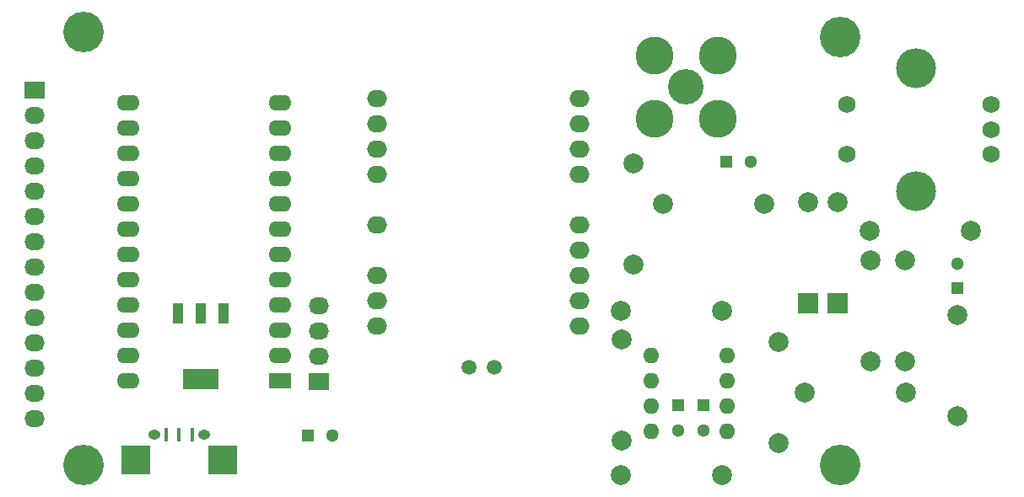
<source format=gbr>
G04 #@! TF.FileFunction,Soldermask,Bot*
%FSLAX46Y46*%
G04 Gerber Fmt 4.6, Leading zero omitted, Abs format (unit mm)*
G04 Created by KiCad (PCBNEW 4.0.6) date 2017 May 09, Tuesday 22:38:20*
%MOMM*%
%LPD*%
G01*
G04 APERTURE LIST*
%ADD10C,0.100000*%
%ADD11R,2.999740X2.999740*%
%ADD12O,2.000000X1.720000*%
%ADD13R,0.400000X1.350000*%
%ADD14O,1.250000X0.950000*%
%ADD15O,1.000000X1.550000*%
%ADD16C,4.064000*%
%ADD17C,1.501140*%
%ADD18R,1.300000X1.300000*%
%ADD19C,1.300000*%
%ADD20C,1.998980*%
%ADD21R,1.998980X1.998980*%
%ADD22C,1.750000*%
%ADD23O,4.000000X4.000000*%
%ADD24O,1.600000X1.600000*%
%ADD25R,2.286000X1.574800*%
%ADD26O,2.286000X1.574800*%
%ADD27C,3.810000*%
%ADD28C,3.556000*%
%ADD29R,2.032000X1.727200*%
%ADD30O,2.032000X1.727200*%
%ADD31R,3.657600X2.032000*%
%ADD32R,1.016000X2.032000*%
G04 APERTURE END LIST*
D10*
D11*
X102250000Y-130000000D03*
D12*
X126440000Y-93660000D03*
X126440000Y-96200000D03*
X126440000Y-98740000D03*
X126440000Y-101280000D03*
X126440000Y-106360000D03*
X126440000Y-111440000D03*
X126440000Y-113980000D03*
X126440000Y-116520000D03*
X146760000Y-93660000D03*
X146760000Y-96200000D03*
X146760000Y-98740000D03*
X146760000Y-101280000D03*
X146760000Y-106360000D03*
X146760000Y-108900000D03*
X146760000Y-111440000D03*
X146760000Y-113980000D03*
X146760000Y-116520000D03*
D13*
X107900900Y-127437460D03*
X106600900Y-127437460D03*
X105300900Y-127437460D03*
D14*
X109100900Y-127437460D03*
X104100900Y-127437460D03*
D15*
X110100900Y-130137460D03*
X103100900Y-130137460D03*
D16*
X97000000Y-87000000D03*
X97000000Y-130500000D03*
X173000000Y-87500000D03*
X173000000Y-130500000D03*
D17*
X138240000Y-120700000D03*
X135700000Y-120700000D03*
D18*
X159250000Y-124500000D03*
D19*
X159250000Y-127000000D03*
D18*
X156750000Y-124500000D03*
D19*
X156750000Y-127000000D03*
D18*
X184750000Y-112750000D03*
D19*
X184750000Y-110250000D03*
D18*
X161500000Y-100000000D03*
D19*
X164000000Y-100000000D03*
D18*
X119500000Y-127500000D03*
D19*
X122000000Y-127500000D03*
D20*
X169747460Y-104090000D03*
D21*
X169747460Y-114250000D03*
D20*
X172747460Y-104090000D03*
D21*
X172747460Y-114250000D03*
D22*
X188100000Y-99300000D03*
X188100000Y-94300000D03*
X188100000Y-96800000D03*
X173600000Y-94300000D03*
X173600000Y-99300000D03*
D23*
X180600000Y-90600000D03*
X180600000Y-103000000D03*
D24*
X154000000Y-119500000D03*
X154000000Y-122040000D03*
X154000000Y-124580000D03*
X154000000Y-127120000D03*
X161620000Y-127120000D03*
X161620000Y-124580000D03*
X161620000Y-122040000D03*
X161620000Y-119500000D03*
D25*
X116710000Y-122070000D03*
D26*
X116710000Y-119530000D03*
X116710000Y-116990000D03*
X116710000Y-114450000D03*
X116710000Y-111910000D03*
X116710000Y-109370000D03*
X116710000Y-106830000D03*
X116710000Y-104290000D03*
X116710000Y-101750000D03*
X116710000Y-99210000D03*
X116710000Y-96670000D03*
X116710000Y-94130000D03*
X101470000Y-94130000D03*
X101470000Y-96670000D03*
X101470000Y-99210000D03*
X101470000Y-101750000D03*
X101470000Y-104290000D03*
X101470000Y-106830000D03*
X101470000Y-109370000D03*
X101470000Y-111910000D03*
X101470000Y-114450000D03*
X101470000Y-116990000D03*
X101470000Y-119530000D03*
X101470000Y-122070000D03*
D27*
X154325000Y-89325000D03*
D28*
X157500000Y-92500000D03*
D27*
X160675000Y-89325000D03*
X154325000Y-95675000D03*
X160675000Y-95675000D03*
D29*
X92100000Y-92800000D03*
D30*
X92100000Y-95340000D03*
X92100000Y-97880000D03*
X92100000Y-100420000D03*
X92100000Y-102960000D03*
X92100000Y-105500000D03*
X92100000Y-108040000D03*
X92100000Y-110580000D03*
X92100000Y-113120000D03*
X92100000Y-115660000D03*
X92100000Y-118200000D03*
X92100000Y-120740000D03*
X92100000Y-123280000D03*
X92100000Y-125820000D03*
D29*
X120600000Y-122100000D03*
D30*
X120600000Y-119560000D03*
X120600000Y-117020000D03*
X120600000Y-114480000D03*
D20*
X150920000Y-115000000D03*
X161080000Y-115000000D03*
X175920000Y-107000000D03*
X186080000Y-107000000D03*
X176000000Y-120080000D03*
X176000000Y-109920000D03*
X179500000Y-120080000D03*
X179500000Y-109920000D03*
X152250000Y-100170000D03*
X152250000Y-110330000D03*
X184750000Y-125580000D03*
X184750000Y-115420000D03*
X169420000Y-123250000D03*
X179580000Y-123250000D03*
X155170000Y-104250000D03*
X165330000Y-104250000D03*
X161080000Y-131500000D03*
X150920000Y-131500000D03*
X166800000Y-118120000D03*
X166800000Y-128280000D03*
X151000000Y-117920000D03*
X151000000Y-128080000D03*
D31*
X108800000Y-121902000D03*
D32*
X108800000Y-115298000D03*
X111086000Y-115298000D03*
X106514000Y-115298000D03*
D11*
X111000000Y-130000000D03*
M02*

</source>
